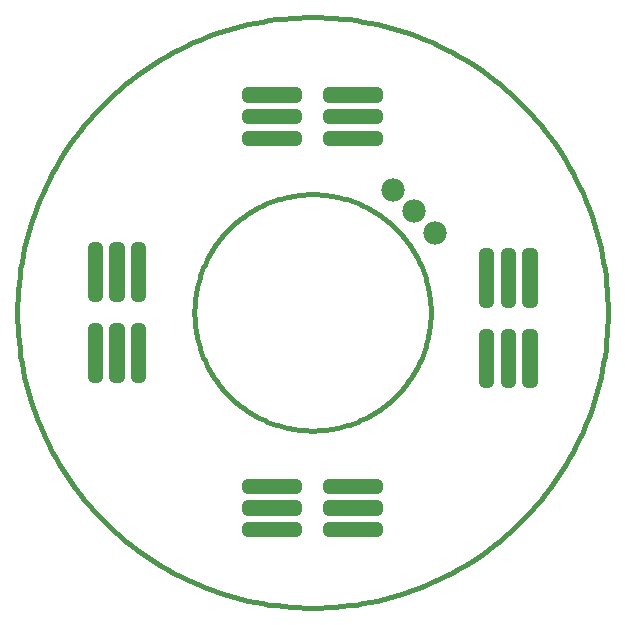
<source format=gbs>
G75*
%MOIN*%
%OFA0B0*%
%FSLAX25Y25*%
%IPPOS*%
%LPD*%
%AMOC8*
5,1,8,0,0,1.08239X$1,22.5*
%
%ADD10C,0.01600*%
%ADD11C,0.07800*%
%ADD12C,0.04100*%
D10*
X0060855Y0100225D02*
X0060867Y0101191D01*
X0060902Y0102157D01*
X0060962Y0103121D01*
X0061045Y0104084D01*
X0061151Y0105044D01*
X0061281Y0106002D01*
X0061435Y0106956D01*
X0061611Y0107906D01*
X0061812Y0108851D01*
X0062035Y0109791D01*
X0062281Y0110725D01*
X0062550Y0111654D01*
X0062842Y0112575D01*
X0063156Y0113488D01*
X0063493Y0114394D01*
X0063852Y0115291D01*
X0064233Y0116179D01*
X0064635Y0117058D01*
X0065059Y0117926D01*
X0065504Y0118784D01*
X0065970Y0119630D01*
X0066456Y0120465D01*
X0066963Y0121288D01*
X0067490Y0122098D01*
X0068037Y0122895D01*
X0068603Y0123678D01*
X0069188Y0124447D01*
X0069792Y0125201D01*
X0070414Y0125940D01*
X0071054Y0126664D01*
X0071711Y0127372D01*
X0072386Y0128064D01*
X0073078Y0128739D01*
X0073786Y0129396D01*
X0074510Y0130036D01*
X0075249Y0130658D01*
X0076003Y0131262D01*
X0076772Y0131847D01*
X0077555Y0132413D01*
X0078352Y0132960D01*
X0079162Y0133487D01*
X0079985Y0133994D01*
X0080820Y0134480D01*
X0081666Y0134946D01*
X0082524Y0135391D01*
X0083392Y0135815D01*
X0084271Y0136217D01*
X0085159Y0136598D01*
X0086056Y0136957D01*
X0086962Y0137294D01*
X0087875Y0137608D01*
X0088796Y0137900D01*
X0089725Y0138169D01*
X0090659Y0138415D01*
X0091599Y0138638D01*
X0092544Y0138839D01*
X0093494Y0139015D01*
X0094448Y0139169D01*
X0095406Y0139299D01*
X0096366Y0139405D01*
X0097329Y0139488D01*
X0098293Y0139548D01*
X0099259Y0139583D01*
X0100225Y0139595D01*
X0101191Y0139583D01*
X0102157Y0139548D01*
X0103121Y0139488D01*
X0104084Y0139405D01*
X0105044Y0139299D01*
X0106002Y0139169D01*
X0106956Y0139015D01*
X0107906Y0138839D01*
X0108851Y0138638D01*
X0109791Y0138415D01*
X0110725Y0138169D01*
X0111654Y0137900D01*
X0112575Y0137608D01*
X0113488Y0137294D01*
X0114394Y0136957D01*
X0115291Y0136598D01*
X0116179Y0136217D01*
X0117058Y0135815D01*
X0117926Y0135391D01*
X0118784Y0134946D01*
X0119630Y0134480D01*
X0120465Y0133994D01*
X0121288Y0133487D01*
X0122098Y0132960D01*
X0122895Y0132413D01*
X0123678Y0131847D01*
X0124447Y0131262D01*
X0125201Y0130658D01*
X0125940Y0130036D01*
X0126664Y0129396D01*
X0127372Y0128739D01*
X0128064Y0128064D01*
X0128739Y0127372D01*
X0129396Y0126664D01*
X0130036Y0125940D01*
X0130658Y0125201D01*
X0131262Y0124447D01*
X0131847Y0123678D01*
X0132413Y0122895D01*
X0132960Y0122098D01*
X0133487Y0121288D01*
X0133994Y0120465D01*
X0134480Y0119630D01*
X0134946Y0118784D01*
X0135391Y0117926D01*
X0135815Y0117058D01*
X0136217Y0116179D01*
X0136598Y0115291D01*
X0136957Y0114394D01*
X0137294Y0113488D01*
X0137608Y0112575D01*
X0137900Y0111654D01*
X0138169Y0110725D01*
X0138415Y0109791D01*
X0138638Y0108851D01*
X0138839Y0107906D01*
X0139015Y0106956D01*
X0139169Y0106002D01*
X0139299Y0105044D01*
X0139405Y0104084D01*
X0139488Y0103121D01*
X0139548Y0102157D01*
X0139583Y0101191D01*
X0139595Y0100225D01*
X0139583Y0099259D01*
X0139548Y0098293D01*
X0139488Y0097329D01*
X0139405Y0096366D01*
X0139299Y0095406D01*
X0139169Y0094448D01*
X0139015Y0093494D01*
X0138839Y0092544D01*
X0138638Y0091599D01*
X0138415Y0090659D01*
X0138169Y0089725D01*
X0137900Y0088796D01*
X0137608Y0087875D01*
X0137294Y0086962D01*
X0136957Y0086056D01*
X0136598Y0085159D01*
X0136217Y0084271D01*
X0135815Y0083392D01*
X0135391Y0082524D01*
X0134946Y0081666D01*
X0134480Y0080820D01*
X0133994Y0079985D01*
X0133487Y0079162D01*
X0132960Y0078352D01*
X0132413Y0077555D01*
X0131847Y0076772D01*
X0131262Y0076003D01*
X0130658Y0075249D01*
X0130036Y0074510D01*
X0129396Y0073786D01*
X0128739Y0073078D01*
X0128064Y0072386D01*
X0127372Y0071711D01*
X0126664Y0071054D01*
X0125940Y0070414D01*
X0125201Y0069792D01*
X0124447Y0069188D01*
X0123678Y0068603D01*
X0122895Y0068037D01*
X0122098Y0067490D01*
X0121288Y0066963D01*
X0120465Y0066456D01*
X0119630Y0065970D01*
X0118784Y0065504D01*
X0117926Y0065059D01*
X0117058Y0064635D01*
X0116179Y0064233D01*
X0115291Y0063852D01*
X0114394Y0063493D01*
X0113488Y0063156D01*
X0112575Y0062842D01*
X0111654Y0062550D01*
X0110725Y0062281D01*
X0109791Y0062035D01*
X0108851Y0061812D01*
X0107906Y0061611D01*
X0106956Y0061435D01*
X0106002Y0061281D01*
X0105044Y0061151D01*
X0104084Y0061045D01*
X0103121Y0060962D01*
X0102157Y0060902D01*
X0101191Y0060867D01*
X0100225Y0060855D01*
X0099259Y0060867D01*
X0098293Y0060902D01*
X0097329Y0060962D01*
X0096366Y0061045D01*
X0095406Y0061151D01*
X0094448Y0061281D01*
X0093494Y0061435D01*
X0092544Y0061611D01*
X0091599Y0061812D01*
X0090659Y0062035D01*
X0089725Y0062281D01*
X0088796Y0062550D01*
X0087875Y0062842D01*
X0086962Y0063156D01*
X0086056Y0063493D01*
X0085159Y0063852D01*
X0084271Y0064233D01*
X0083392Y0064635D01*
X0082524Y0065059D01*
X0081666Y0065504D01*
X0080820Y0065970D01*
X0079985Y0066456D01*
X0079162Y0066963D01*
X0078352Y0067490D01*
X0077555Y0068037D01*
X0076772Y0068603D01*
X0076003Y0069188D01*
X0075249Y0069792D01*
X0074510Y0070414D01*
X0073786Y0071054D01*
X0073078Y0071711D01*
X0072386Y0072386D01*
X0071711Y0073078D01*
X0071054Y0073786D01*
X0070414Y0074510D01*
X0069792Y0075249D01*
X0069188Y0076003D01*
X0068603Y0076772D01*
X0068037Y0077555D01*
X0067490Y0078352D01*
X0066963Y0079162D01*
X0066456Y0079985D01*
X0065970Y0080820D01*
X0065504Y0081666D01*
X0065059Y0082524D01*
X0064635Y0083392D01*
X0064233Y0084271D01*
X0063852Y0085159D01*
X0063493Y0086056D01*
X0063156Y0086962D01*
X0062842Y0087875D01*
X0062550Y0088796D01*
X0062281Y0089725D01*
X0062035Y0090659D01*
X0061812Y0091599D01*
X0061611Y0092544D01*
X0061435Y0093494D01*
X0061281Y0094448D01*
X0061151Y0095406D01*
X0061045Y0096366D01*
X0060962Y0097329D01*
X0060902Y0098293D01*
X0060867Y0099259D01*
X0060855Y0100225D01*
X0001800Y0100225D02*
X0001830Y0102640D01*
X0001919Y0105054D01*
X0002067Y0107466D01*
X0002274Y0109872D01*
X0002540Y0112273D01*
X0002865Y0114667D01*
X0003249Y0117052D01*
X0003691Y0119427D01*
X0004192Y0121790D01*
X0004750Y0124140D01*
X0005365Y0126476D01*
X0006038Y0128796D01*
X0006768Y0131099D01*
X0007554Y0133383D01*
X0008395Y0135648D01*
X0009292Y0137891D01*
X0010244Y0140111D01*
X0011250Y0142307D01*
X0012309Y0144478D01*
X0013422Y0146622D01*
X0014587Y0148739D01*
X0015803Y0150826D01*
X0017070Y0152882D01*
X0018388Y0154907D01*
X0019754Y0156899D01*
X0021169Y0158857D01*
X0022632Y0160779D01*
X0024141Y0162665D01*
X0025697Y0164514D01*
X0027297Y0166323D01*
X0028941Y0168093D01*
X0030628Y0169822D01*
X0032357Y0171509D01*
X0034127Y0173153D01*
X0035936Y0174753D01*
X0037785Y0176309D01*
X0039671Y0177818D01*
X0041593Y0179281D01*
X0043551Y0180696D01*
X0045543Y0182062D01*
X0047568Y0183380D01*
X0049624Y0184647D01*
X0051711Y0185863D01*
X0053828Y0187028D01*
X0055972Y0188141D01*
X0058143Y0189200D01*
X0060339Y0190206D01*
X0062559Y0191158D01*
X0064802Y0192055D01*
X0067067Y0192896D01*
X0069351Y0193682D01*
X0071654Y0194412D01*
X0073974Y0195085D01*
X0076310Y0195700D01*
X0078660Y0196258D01*
X0081023Y0196759D01*
X0083398Y0197201D01*
X0085783Y0197585D01*
X0088177Y0197910D01*
X0090578Y0198176D01*
X0092984Y0198383D01*
X0095396Y0198531D01*
X0097810Y0198620D01*
X0100225Y0198650D01*
X0102640Y0198620D01*
X0105054Y0198531D01*
X0107466Y0198383D01*
X0109872Y0198176D01*
X0112273Y0197910D01*
X0114667Y0197585D01*
X0117052Y0197201D01*
X0119427Y0196759D01*
X0121790Y0196258D01*
X0124140Y0195700D01*
X0126476Y0195085D01*
X0128796Y0194412D01*
X0131099Y0193682D01*
X0133383Y0192896D01*
X0135648Y0192055D01*
X0137891Y0191158D01*
X0140111Y0190206D01*
X0142307Y0189200D01*
X0144478Y0188141D01*
X0146622Y0187028D01*
X0148739Y0185863D01*
X0150826Y0184647D01*
X0152882Y0183380D01*
X0154907Y0182062D01*
X0156899Y0180696D01*
X0158857Y0179281D01*
X0160779Y0177818D01*
X0162665Y0176309D01*
X0164514Y0174753D01*
X0166323Y0173153D01*
X0168093Y0171509D01*
X0169822Y0169822D01*
X0171509Y0168093D01*
X0173153Y0166323D01*
X0174753Y0164514D01*
X0176309Y0162665D01*
X0177818Y0160779D01*
X0179281Y0158857D01*
X0180696Y0156899D01*
X0182062Y0154907D01*
X0183380Y0152882D01*
X0184647Y0150826D01*
X0185863Y0148739D01*
X0187028Y0146622D01*
X0188141Y0144478D01*
X0189200Y0142307D01*
X0190206Y0140111D01*
X0191158Y0137891D01*
X0192055Y0135648D01*
X0192896Y0133383D01*
X0193682Y0131099D01*
X0194412Y0128796D01*
X0195085Y0126476D01*
X0195700Y0124140D01*
X0196258Y0121790D01*
X0196759Y0119427D01*
X0197201Y0117052D01*
X0197585Y0114667D01*
X0197910Y0112273D01*
X0198176Y0109872D01*
X0198383Y0107466D01*
X0198531Y0105054D01*
X0198620Y0102640D01*
X0198650Y0100225D01*
X0198620Y0097810D01*
X0198531Y0095396D01*
X0198383Y0092984D01*
X0198176Y0090578D01*
X0197910Y0088177D01*
X0197585Y0085783D01*
X0197201Y0083398D01*
X0196759Y0081023D01*
X0196258Y0078660D01*
X0195700Y0076310D01*
X0195085Y0073974D01*
X0194412Y0071654D01*
X0193682Y0069351D01*
X0192896Y0067067D01*
X0192055Y0064802D01*
X0191158Y0062559D01*
X0190206Y0060339D01*
X0189200Y0058143D01*
X0188141Y0055972D01*
X0187028Y0053828D01*
X0185863Y0051711D01*
X0184647Y0049624D01*
X0183380Y0047568D01*
X0182062Y0045543D01*
X0180696Y0043551D01*
X0179281Y0041593D01*
X0177818Y0039671D01*
X0176309Y0037785D01*
X0174753Y0035936D01*
X0173153Y0034127D01*
X0171509Y0032357D01*
X0169822Y0030628D01*
X0168093Y0028941D01*
X0166323Y0027297D01*
X0164514Y0025697D01*
X0162665Y0024141D01*
X0160779Y0022632D01*
X0158857Y0021169D01*
X0156899Y0019754D01*
X0154907Y0018388D01*
X0152882Y0017070D01*
X0150826Y0015803D01*
X0148739Y0014587D01*
X0146622Y0013422D01*
X0144478Y0012309D01*
X0142307Y0011250D01*
X0140111Y0010244D01*
X0137891Y0009292D01*
X0135648Y0008395D01*
X0133383Y0007554D01*
X0131099Y0006768D01*
X0128796Y0006038D01*
X0126476Y0005365D01*
X0124140Y0004750D01*
X0121790Y0004192D01*
X0119427Y0003691D01*
X0117052Y0003249D01*
X0114667Y0002865D01*
X0112273Y0002540D01*
X0109872Y0002274D01*
X0107466Y0002067D01*
X0105054Y0001919D01*
X0102640Y0001830D01*
X0100225Y0001800D01*
X0097810Y0001830D01*
X0095396Y0001919D01*
X0092984Y0002067D01*
X0090578Y0002274D01*
X0088177Y0002540D01*
X0085783Y0002865D01*
X0083398Y0003249D01*
X0081023Y0003691D01*
X0078660Y0004192D01*
X0076310Y0004750D01*
X0073974Y0005365D01*
X0071654Y0006038D01*
X0069351Y0006768D01*
X0067067Y0007554D01*
X0064802Y0008395D01*
X0062559Y0009292D01*
X0060339Y0010244D01*
X0058143Y0011250D01*
X0055972Y0012309D01*
X0053828Y0013422D01*
X0051711Y0014587D01*
X0049624Y0015803D01*
X0047568Y0017070D01*
X0045543Y0018388D01*
X0043551Y0019754D01*
X0041593Y0021169D01*
X0039671Y0022632D01*
X0037785Y0024141D01*
X0035936Y0025697D01*
X0034127Y0027297D01*
X0032357Y0028941D01*
X0030628Y0030628D01*
X0028941Y0032357D01*
X0027297Y0034127D01*
X0025697Y0035936D01*
X0024141Y0037785D01*
X0022632Y0039671D01*
X0021169Y0041593D01*
X0019754Y0043551D01*
X0018388Y0045543D01*
X0017070Y0047568D01*
X0015803Y0049624D01*
X0014587Y0051711D01*
X0013422Y0053828D01*
X0012309Y0055972D01*
X0011250Y0058143D01*
X0010244Y0060339D01*
X0009292Y0062559D01*
X0008395Y0064802D01*
X0007554Y0067067D01*
X0006768Y0069351D01*
X0006038Y0071654D01*
X0005365Y0073974D01*
X0004750Y0076310D01*
X0004192Y0078660D01*
X0003691Y0081023D01*
X0003249Y0083398D01*
X0002865Y0085783D01*
X0002540Y0088177D01*
X0002274Y0090578D01*
X0002067Y0092984D01*
X0001919Y0095396D01*
X0001830Y0097810D01*
X0001800Y0100225D01*
D11*
X0126957Y0140973D03*
X0134029Y0133902D03*
X0141100Y0126831D03*
D12*
X0027233Y0094831D02*
X0027233Y0078847D01*
X0027233Y0094831D02*
X0028257Y0094831D01*
X0028257Y0078847D01*
X0027233Y0078847D01*
X0027233Y0082946D02*
X0028257Y0082946D01*
X0028257Y0087045D02*
X0027233Y0087045D01*
X0027233Y0091144D02*
X0028257Y0091144D01*
X0034516Y0094831D02*
X0034516Y0078847D01*
X0034516Y0094831D02*
X0035540Y0094831D01*
X0035540Y0078847D01*
X0034516Y0078847D01*
X0034516Y0082946D02*
X0035540Y0082946D01*
X0035540Y0087045D02*
X0034516Y0087045D01*
X0034516Y0091144D02*
X0035540Y0091144D01*
X0041800Y0094831D02*
X0041800Y0078847D01*
X0041800Y0094831D02*
X0042824Y0094831D01*
X0042824Y0078847D01*
X0041800Y0078847D01*
X0041800Y0082946D02*
X0042824Y0082946D01*
X0042824Y0087045D02*
X0041800Y0087045D01*
X0041800Y0091144D02*
X0042824Y0091144D01*
X0041800Y0105619D02*
X0041800Y0121603D01*
X0042824Y0121603D01*
X0042824Y0105619D01*
X0041800Y0105619D01*
X0041800Y0109718D02*
X0042824Y0109718D01*
X0042824Y0113817D02*
X0041800Y0113817D01*
X0041800Y0117916D02*
X0042824Y0117916D01*
X0034516Y0121603D02*
X0034516Y0105619D01*
X0034516Y0121603D02*
X0035540Y0121603D01*
X0035540Y0105619D01*
X0034516Y0105619D01*
X0034516Y0109718D02*
X0035540Y0109718D01*
X0035540Y0113817D02*
X0034516Y0113817D01*
X0034516Y0117916D02*
X0035540Y0117916D01*
X0027233Y0121603D02*
X0027233Y0105619D01*
X0027233Y0121603D02*
X0028257Y0121603D01*
X0028257Y0105619D01*
X0027233Y0105619D01*
X0027233Y0109718D02*
X0028257Y0109718D01*
X0028257Y0113817D02*
X0027233Y0113817D01*
X0027233Y0117916D02*
X0028257Y0117916D01*
X0078847Y0158651D02*
X0094831Y0158651D01*
X0094831Y0157627D01*
X0078847Y0157627D01*
X0078847Y0158651D01*
X0078847Y0165934D02*
X0094831Y0165934D01*
X0094831Y0164910D01*
X0078847Y0164910D01*
X0078847Y0165934D01*
X0078847Y0173218D02*
X0094831Y0173218D01*
X0094831Y0172194D01*
X0078847Y0172194D01*
X0078847Y0173218D01*
X0105619Y0173218D02*
X0121603Y0173218D01*
X0121603Y0172194D01*
X0105619Y0172194D01*
X0105619Y0173218D01*
X0105619Y0165934D02*
X0121603Y0165934D01*
X0121603Y0164910D01*
X0105619Y0164910D01*
X0105619Y0165934D01*
X0105619Y0158651D02*
X0121603Y0158651D01*
X0121603Y0157627D01*
X0105619Y0157627D01*
X0105619Y0158651D01*
X0158651Y0119635D02*
X0158651Y0103651D01*
X0157627Y0103651D01*
X0157627Y0119635D01*
X0158651Y0119635D01*
X0158651Y0107750D02*
X0157627Y0107750D01*
X0157627Y0111849D02*
X0158651Y0111849D01*
X0158651Y0115948D02*
X0157627Y0115948D01*
X0165934Y0119635D02*
X0165934Y0103651D01*
X0164910Y0103651D01*
X0164910Y0119635D01*
X0165934Y0119635D01*
X0165934Y0107750D02*
X0164910Y0107750D01*
X0164910Y0111849D02*
X0165934Y0111849D01*
X0165934Y0115948D02*
X0164910Y0115948D01*
X0173218Y0119635D02*
X0173218Y0103651D01*
X0172194Y0103651D01*
X0172194Y0119635D01*
X0173218Y0119635D01*
X0173218Y0107750D02*
X0172194Y0107750D01*
X0172194Y0111849D02*
X0173218Y0111849D01*
X0173218Y0115948D02*
X0172194Y0115948D01*
X0173218Y0092863D02*
X0173218Y0076879D01*
X0172194Y0076879D01*
X0172194Y0092863D01*
X0173218Y0092863D01*
X0173218Y0080978D02*
X0172194Y0080978D01*
X0172194Y0085077D02*
X0173218Y0085077D01*
X0173218Y0089176D02*
X0172194Y0089176D01*
X0165934Y0092863D02*
X0165934Y0076879D01*
X0164910Y0076879D01*
X0164910Y0092863D01*
X0165934Y0092863D01*
X0165934Y0080978D02*
X0164910Y0080978D01*
X0164910Y0085077D02*
X0165934Y0085077D01*
X0165934Y0089176D02*
X0164910Y0089176D01*
X0158651Y0092863D02*
X0158651Y0076879D01*
X0157627Y0076879D01*
X0157627Y0092863D01*
X0158651Y0092863D01*
X0158651Y0080978D02*
X0157627Y0080978D01*
X0157627Y0085077D02*
X0158651Y0085077D01*
X0158651Y0089176D02*
X0157627Y0089176D01*
X0121603Y0041800D02*
X0105619Y0041800D01*
X0105619Y0042824D01*
X0121603Y0042824D01*
X0121603Y0041800D01*
X0121603Y0034516D02*
X0105619Y0034516D01*
X0105619Y0035540D01*
X0121603Y0035540D01*
X0121603Y0034516D01*
X0121603Y0027233D02*
X0105619Y0027233D01*
X0105619Y0028257D01*
X0121603Y0028257D01*
X0121603Y0027233D01*
X0094831Y0027233D02*
X0078847Y0027233D01*
X0078847Y0028257D01*
X0094831Y0028257D01*
X0094831Y0027233D01*
X0094831Y0034516D02*
X0078847Y0034516D01*
X0078847Y0035540D01*
X0094831Y0035540D01*
X0094831Y0034516D01*
X0094831Y0041800D02*
X0078847Y0041800D01*
X0078847Y0042824D01*
X0094831Y0042824D01*
X0094831Y0041800D01*
M02*

</source>
